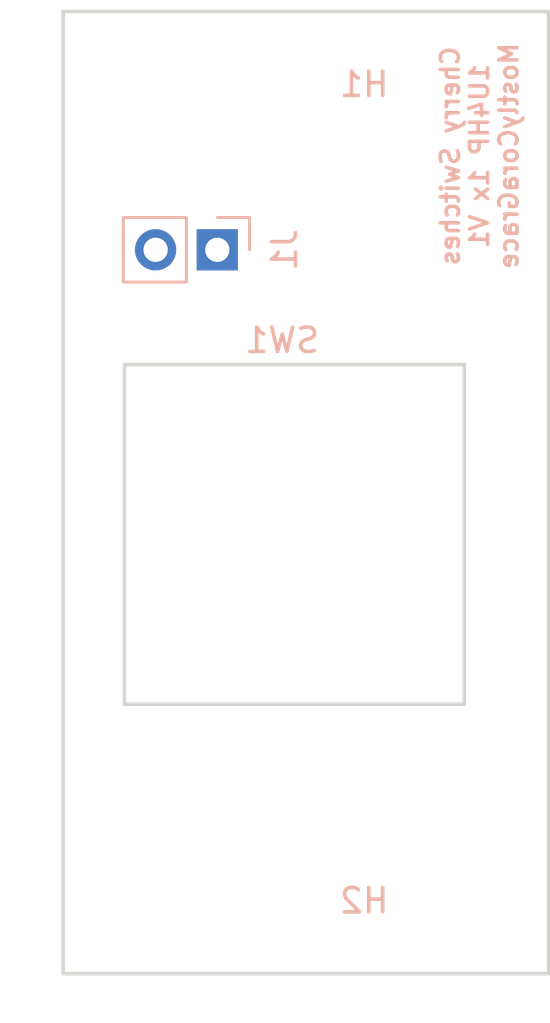
<source format=kicad_pcb>
(kicad_pcb (version 20240108) (generator "pcbnew") (generator_version "8.0")
  (layers (0 "F.Cu" signal) (31 "B.Cu" signal) (34 "B.Paste" user) (35 "F.Paste" user) (36 "B.SilkS" user "B.Silkscreen") (37 "F.SilkS" user "F.Silkscreen") (38 "B.Mask" user) (39 "F.Mask" user) (44 "Edge.Cuts" user))
  (net 0 "")
  (footprint "Connector_PinSocket_2.54mm:PinSocket_1x02_P2.54mm_Vertical" (layer "B.Cu") (at 6.35 12.245 90)
    (property "Reference" "J1" (at 0 2.77 90) (layer "B.SilkS") (effects (justify mirror)))
    (property "Value" "Conn_01x02_Socket")
    (fp_line (start 1.33 -3.87) (end -1.33 -3.87) (stroke (width 0.12)) (layer "B.SilkS"))
    (fp_line (start 1.33 -3.87) (end 1.33 -1.27) (stroke (width 0.12)) (layer "B.SilkS"))
    (fp_line (start -1.33 -3.87) (end -1.33 -1.27) (stroke (width 0.12)) (layer "B.SilkS"))
    (fp_line (start 1.33 -1.27) (end -1.33 -1.27) (stroke (width 0.12)) (layer "B.SilkS"))
    (fp_line (start 1.33 0) (end 1.33 1.33) (stroke (width 0.12)) (layer "B.SilkS"))
    (fp_line (start 1.33 1.33) (end 0 1.33) (stroke (width 0.12)) (layer "B.SilkS"))
    (pad "1" thru_hole rect (at 0 0 90) (size 1.7 1.7) (drill 1) (layers "*.Cu" "*.Mask"))
    (pad "2" thru_hole oval (at 0 -2.54 90) (size 1.7 1.7) (drill 1) (layers "*.Cu" "*.Mask"))
  )
  (footprint "EXC:SW_Cherry_MX_1.00u_Mount" (layer "B.Cu") (at 9.525 23.975 180)
    (property "Reference" "SW1" (at 0.5 8 0) (layer "B.SilkS") (effects (justify mirror)))
    (property "Value" "SW_SPST_MOUNT")
    (fp_rect (start -7 7) (end 7 -7) (stroke (width 0.15)) (fill none) (layer "Edge.Cuts"))
  )
  (footprint "EXC:MountingHole_3.2mm_M3" (layer "B.Cu") (at 7.62 5.425 180)
    (property "Reference" "H1" (at -3.683 0 0) (layer "B.SilkS") (effects (justify right mirror)))
    (property "Value" "Eurorack_M3_MountingHole")
    (pad "" np_thru_hole oval (at 0 0 180) (size 4.8 3.2) (drill oval 4.8 3.2) (layers "F&B.Cu" "*.Mask"))
  )
  (footprint "EXC:MountingHole_3.2mm_M3" (layer "B.Cu") (at 7.62 39.075 180)
    (property "Reference" "H2" (at -3.683 0 0) (layer "B.SilkS") (effects (justify right mirror)))
    (property "Value" "Eurorack_M3_MountingHole")
    (pad "" np_thru_hole oval (at 0 0 180) (size 4.8 3.2) (drill oval 4.8 3.2) (layers "F&B.Cu" "*.Mask"))
  )
  (gr_rect (start 0 2.425) (end 20 42.075) (stroke (width 0.15)) (fill none) (layer "Edge.Cuts"))
  (gr_text "Cherry Switches\n1U4HP 1x V1\nMostlyCoraGrace" (at 18.796 8.382 90) (layer "B.SilkS") (effects (font (size 0.75 0.75) (thickness 0.15) (bold yes)) (justify bottom mirror)))
)
</source>
